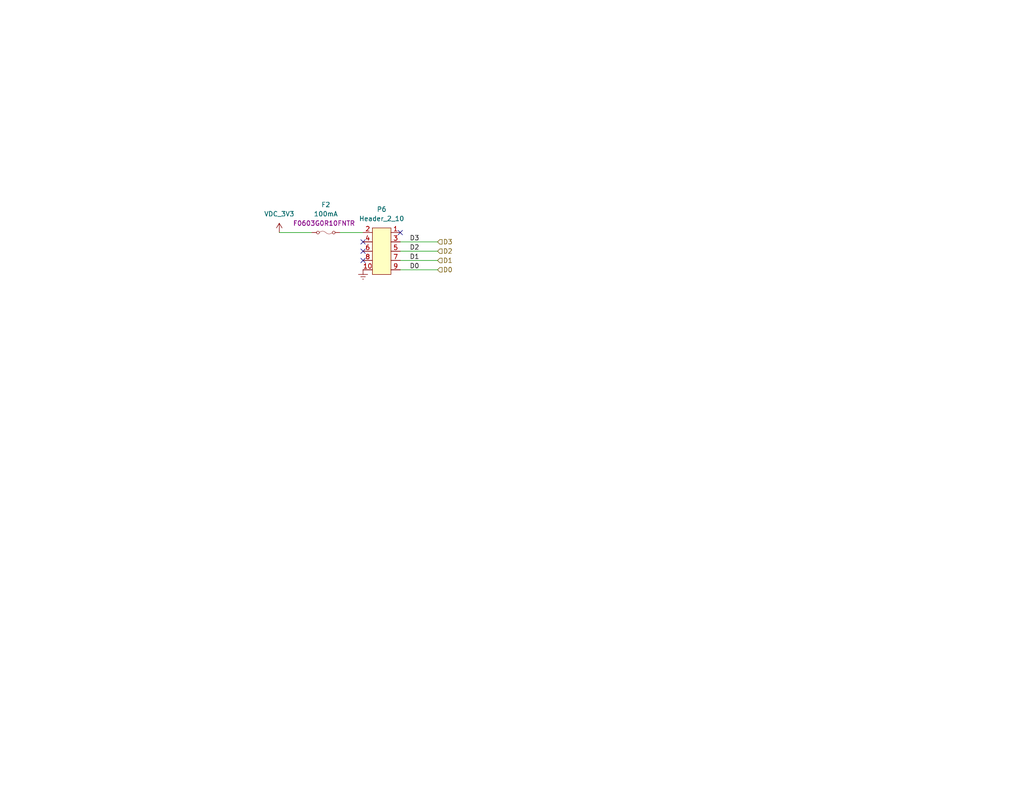
<source format=kicad_sch>
(kicad_sch (version 20231120) (generator "eeschema") (generator_version "8.0")
  (paper "A")
  (title_block (title "${PROJECT_NAME}") (date "2025-04-13") (rev "${PCB_REVISION}") (company "BRENDANHAINES.COM"))
  (lib_symbols
    (symbol "bh:Fuse" (pin_numbers hide) (pin_names hide)
      (property "Reference" "F" (at 2.54 2.54 0))
      (property "Value" "Fuse" (at 3.81 0 0))
      (symbol "Fuse_0_1"
        (circle (center 0 -2.159) (radius 0.381) (stroke (width 0.127)))
        (arc (start 0 0) (mid -0.3683 -0.889) (end 0 -1.778) (stroke (width 0.0508)))
        (arc (start 0 0) (mid 0.3683 0.889) (end 0 1.778) (stroke (width 0.0508)))
        (circle (center 0 2.159) (radius 0.381) (stroke (width 0.127)))
      )
      (symbol "Fuse_1_1"
        (pin passive line (at 0 3.81 270) (length 1.27) (name "~") (number "1"))
        (pin passive line (at 0 -3.81 90) (length 1.27) (name "~") (number "2"))
      )
    )
    (symbol "bh:GND" (power) (pin_names (offset 0))
      (symbol "GND_0_1"
        (polyline (pts (xy -0.635 -1.905) (xy 0.635 -1.905)))
        (polyline (pts (xy -0.127 -2.54) (xy 0.127 -2.54)))
        (polyline (pts (xy 0 -1.27) (xy 0 0)))
        (polyline (pts (xy 1.27 -1.27) (xy -1.27 -1.27)))
      )
      (symbol "GND_1_1"
        (pin power_in line (at 0 0 90) (length 0) hide (name "GND") (number "1"))
      )
    )
    (symbol "bh:Header_2_10" (pin_names (offset 1.016) hide)
      (property "Reference" "P" (at 0 0 0))
      (property "Value" "Header_2_10" (at 0 0 0))
      (symbol "Header_2_10_0_1"
        (rectangle (start 0 0) (end 5.08 -12.7) (fill (type background)))
      )
      (symbol "Header_2_10_0_2"
        (rectangle (start 0 0) (end 2.54 -25.4) (fill (type background)))
      )
      (symbol "Header_2_10_1_1"
        (pin passive line (at -2.54 -1.27 0) (length 2.54) (name "~") (number "1"))
        (pin passive line (at 7.62 -11.43 180) (length 2.54) (name "~") (number "10"))
        (pin passive line (at 7.62 -1.27 180) (length 2.54) (name "~") (number "2"))
        (pin passive line (at -2.54 -3.81 0) (length 2.54) (name "~") (number "3"))
        (pin passive line (at 7.62 -3.81 180) (length 2.54) (name "~") (number "4"))
        (pin passive line (at -2.54 -6.35 0) (length 2.54) (name "~") (number "5"))
        (pin passive line (at 7.62 -6.35 180) (length 2.54) (name "~") (number "6"))
        (pin passive line (at -2.54 -8.89 0) (length 2.54) (name "~") (number "7"))
        (pin passive line (at 7.62 -8.89 180) (length 2.54) (name "~") (number "8"))
        (pin passive line (at -2.54 -11.43 0) (length 2.54) (name "~") (number "9"))
      )
      (symbol "Header_2_10_1_2"
        (pin passive line (at -2.54 -1.27 0) (length 2.54) (name "~") (number "1"))
        (pin passive line (at -2.54 -24.13 0) (length 2.54) (name "~") (number "10"))
        (pin passive line (at -2.54 -3.81 0) (length 2.54) (name "~") (number "2"))
        (pin passive line (at -2.54 -6.35 0) (length 2.54) (name "~") (number "3"))
        (pin passive line (at -2.54 -8.89 0) (length 2.54) (name "~") (number "4"))
        (pin passive line (at -2.54 -11.43 0) (length 2.54) (name "~") (number "5"))
        (pin passive line (at -2.54 -13.97 0) (length 2.54) (name "~") (number "6"))
        (pin passive line (at -2.54 -16.51 0) (length 2.54) (name "~") (number "7"))
        (pin passive line (at -2.54 -19.05 0) (length 2.54) (name "~") (number "8"))
        (pin passive line (at -2.54 -21.59 0) (length 2.54) (name "~") (number "9"))
      )
    )
    (symbol "bh:VDC_3V3" (power) (pin_names (offset 0))
      (property "Value" "VDC_3V3" (at 0 3.556 0))
      (symbol "VDC_3V3_0_1"
        (polyline (pts (xy -0.762 1.27) (xy 0 2.54)))
        (polyline (pts (xy 0 0) (xy 0 2.54)))
        (polyline (pts (xy 0 2.54) (xy 0.762 1.27)))
      )
      (symbol "VDC_3V3_1_1"
        (pin power_in line (at 0 0 90) (length 0) hide (name "VDC_3V3") (number "1"))
      )
    )
  )
  (no_connect (at 109.22 63.5))
  (no_connect (at 99.06 66.04))
  (no_connect (at 99.06 71.12))
  (no_connect (at 99.06 68.58))
  (wire (pts (xy 109.22 66.04) (xy 119.38 66.04)))
  (wire (pts (xy 109.22 73.66) (xy 119.38 73.66)))
  (wire (pts (xy 109.22 68.58) (xy 119.38 68.58)))
  (wire (pts (xy 92.71 63.5) (xy 99.06 63.5)))
  (wire (pts (xy 109.22 71.12) (xy 119.38 71.12)))
  (wire (pts (xy 76.2 63.5) (xy 85.09 63.5)))
  (label "D2" (at 111.76 68.58 0))
  (label "D1" (at 111.76 71.12 0))
  (label "D0" (at 111.76 73.66 0))
  (label "D3" (at 111.76 66.04 0))
  (hierarchical_label "D0" (shape input) (at 119.38 73.66 0))
  (hierarchical_label "D1" (shape input) (at 119.38 71.12 0))
  (hierarchical_label "D3" (shape input) (at 119.38 66.04 0))
  (hierarchical_label "D2" (shape input) (at 119.38 68.58 0))
  (symbol (lib_id "bh:GND") (at 99.06 73.66 0) (unit 1)
    (property "Reference" "#PWR032" (effects (hide yes)))
    (property "Value" "GND" (effects (hide yes)))
    (property "Description" "Power Symbol" (effects (hide yes)))
    (instances (project "pluto_shield" (path "" (reference "#PWR032") (unit 1)) (path "" (reference "#PWR034") (unit 1)) (path "" (reference "#PWR030") (unit 1))))
  )
  (symbol (lib_id "bh:Fuse") (at 88.9 63.5 90) (unit 1)
    (property "Reference" "F2" (at 88.9 55.88 90))
    (property "Value" "100mA" (at 88.9 58.42 90))
    (property "Footprint" "common:R0603" (effects (hide yes)))
    (property "Description" "Fuse" (effects (hide yes)))
    (property "Manufacturer" "KYOCERA AVX " (effects (hide yes)))
    (property "ManufacturerPartNumber" "F0603G0R10FNTR " (at 88.9 60.96 90))
    (instances (project "pluto_shield" (path "" (reference "F2") (unit 1)) (path "" (reference "F3") (unit 1)) (path "" (reference "F1") (unit 1))))
  )
  (symbol (lib_id "bh:Header_2_10") (at 106.68 62.23 0) (mirror y) (unit 1)
    (property "Reference" "P6" (at 104.14 57.15 0))
    (property "Value" "Header_2_10" (at 104.14 59.69 0))
    (property "Footprint" "common:PinHeader_2x05_P2.54mm_Vertical_Shrouded" (effects (hide yes)))
    (property "Description" "Header, 2x5" (effects (hide yes)))
    (property "Manufacturer" "Samtec, Inc." (effects (hide yes)))
    (property "ManufacturerPartNumber" " TST-105-01-G-D" (effects (hide yes)))
    (instances (project "pluto_shield" (path "" (reference "P6") (unit 1)) (path "" (reference "P7") (unit 1)) (path "" (reference "P5") (unit 1))))
  )
  (symbol (lib_id "bh:VDC_3V3") (at 76.2 63.5 0) (unit 1)
    (property "Reference" "#PWR031" (effects (hide yes)))
    (property "Value" "VDC_3V3" (at 76.2 58.42 0))
    (property "Description" "Power Symbol" (effects (hide yes)))
    (instances (project "pluto_shield" (path "" (reference "#PWR031") (unit 1)) (path "" (reference "#PWR033") (unit 1)) (path "" (reference "#PWR012") (unit 1))))
  )
)
</source>
